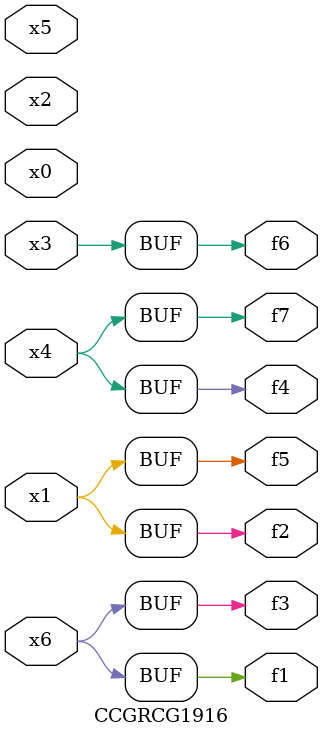
<source format=v>
module CCGRCG1916(
	input x0, x1, x2, x3, x4, x5, x6,
	output f1, f2, f3, f4, f5, f6, f7
);
	assign f1 = x6;
	assign f2 = x1;
	assign f3 = x6;
	assign f4 = x4;
	assign f5 = x1;
	assign f6 = x3;
	assign f7 = x4;
endmodule

</source>
